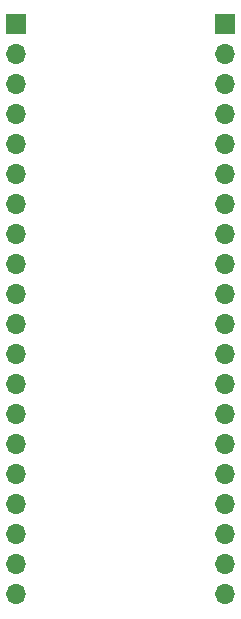
<source format=gbr>
%TF.GenerationSoftware,KiCad,Pcbnew,9.0.0*%
%TF.CreationDate,2025-04-08T23:38:33-04:00*%
%TF.ProjectId,pideck,70696465-636b-42e6-9b69-6361645f7063,rev?*%
%TF.SameCoordinates,Original*%
%TF.FileFunction,Soldermask,Bot*%
%TF.FilePolarity,Negative*%
%FSLAX46Y46*%
G04 Gerber Fmt 4.6, Leading zero omitted, Abs format (unit mm)*
G04 Created by KiCad (PCBNEW 9.0.0) date 2025-04-08 23:38:33*
%MOMM*%
%LPD*%
G01*
G04 APERTURE LIST*
%ADD10R,1.700000X1.700000*%
%ADD11O,1.700000X1.700000*%
G04 APERTURE END LIST*
D10*
%TO.C,J1*%
X144500000Y-75800000D03*
D11*
X144500000Y-78340000D03*
X144500000Y-80880000D03*
X144500000Y-83420000D03*
X144500000Y-85960000D03*
X144500000Y-88500000D03*
X144500000Y-91040000D03*
X144500000Y-93580000D03*
X144500000Y-96120000D03*
X144500000Y-98660000D03*
X144500000Y-101200000D03*
X144500000Y-103740000D03*
X144500000Y-106280000D03*
X144500000Y-108820000D03*
X144500000Y-111360000D03*
X144500000Y-113900000D03*
X144500000Y-116440000D03*
X144500000Y-118980000D03*
X144500000Y-121520000D03*
X144500000Y-124060000D03*
%TD*%
D10*
%TO.C,J2*%
X126750000Y-75800000D03*
D11*
X126750000Y-78340000D03*
X126750000Y-80880000D03*
X126750000Y-83420000D03*
X126750000Y-85960000D03*
X126750000Y-88500000D03*
X126750000Y-91040000D03*
X126750000Y-93580000D03*
X126750000Y-96120000D03*
X126750000Y-98660000D03*
X126750000Y-101200000D03*
X126750000Y-103740000D03*
X126750000Y-106280000D03*
X126750000Y-108820000D03*
X126750000Y-111360000D03*
X126750000Y-113900000D03*
X126750000Y-116440000D03*
X126750000Y-118980000D03*
X126750000Y-121520000D03*
X126750000Y-124060000D03*
%TD*%
M02*

</source>
